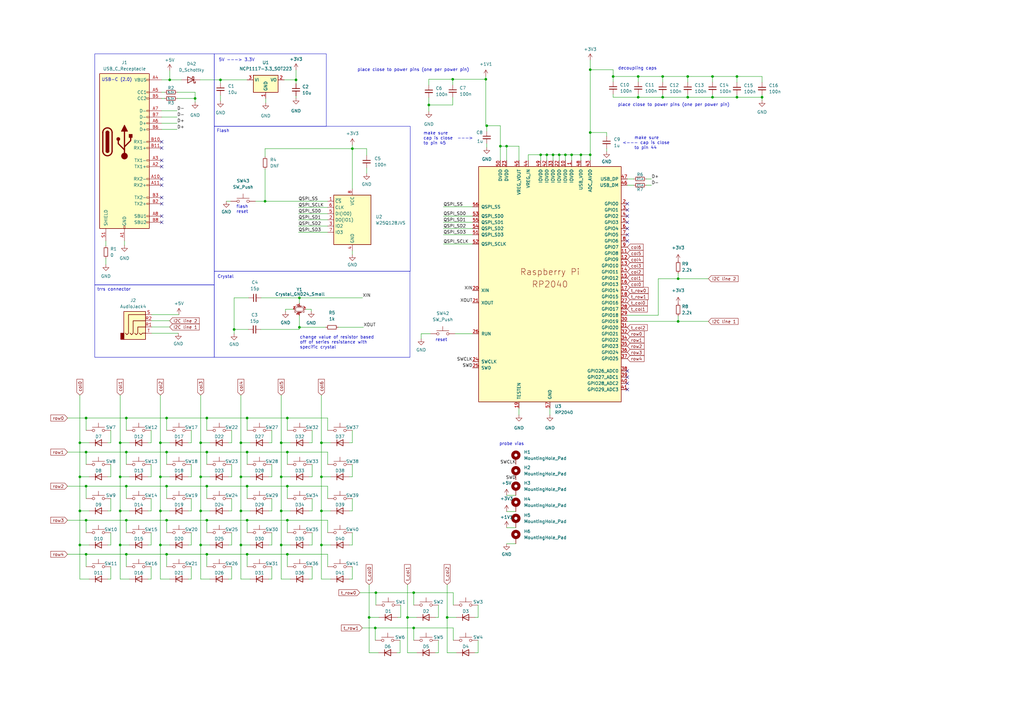
<source format=kicad_sch>
(kicad_sch (version 20230121) (generator eeschema)
  (paper "A3")
  (junction (at 84.836 199.39))
  (junction (at 226.822 63.5))
  (junction (at 68.326 171.45))
  (junction (at 292.227 31.369))
  (junction (at 154.178 243.078))
  (junction (at 49.276 209.55))
  (junction (at 199.644 51.562))
  (junction (at 35.306 213.36))
  (junction (at 261.747 39.878))
  (junction (at 49.276 181.61))
  (junction (at 117.856 227.33))
  (junction (at 68.326 199.39))
  (junction (at 122.809 134.239))
  (junction (at 271.78 39.878))
  (junction (at 205.232 59.944))
  (junction (at 238.252 63.5))
  (junction (at 84.836 213.36))
  (junction (at 82.296 181.61))
  (junction (at 51.816 185.42))
  (junction (at 84.836 185.42))
  (junction (at 51.816 213.36))
  (junction (at 153.924 257.556))
  (junction (at 98.806 223.52))
  (junction (at 199.263 32.512))
  (junction (at 221.742 63.5))
  (junction (at 175.895 43.053))
  (junction (at 115.316 181.61))
  (junction (at 167.132 253.238))
  (junction (at 82.296 223.52))
  (junction (at 96.012 135.128))
  (junction (at 242.062 54.356))
  (junction (at 84.836 227.33))
  (junction (at 49.276 195.58))
  (junction (at 115.316 223.52))
  (junction (at 98.806 209.55))
  (junction (at 131.826 195.58))
  (junction (at 207.772 59.944))
  (junction (at 51.816 227.33))
  (junction (at 229.362 63.5))
  (junction (at 35.306 199.39))
  (junction (at 261.747 31.369))
  (junction (at 115.316 209.55))
  (junction (at 292.227 39.878))
  (junction (at 271.78 31.369))
  (junction (at 122.809 122.174))
  (junction (at 302.26 31.369))
  (junction (at 68.326 227.33))
  (junction (at 131.826 181.61))
  (junction (at 121.412 32.766))
  (junction (at 68.326 185.42))
  (junction (at 65.786 209.55))
  (junction (at 282.067 39.878))
  (junction (at 131.826 223.52))
  (junction (at 82.296 195.58))
  (junction (at 84.836 171.45))
  (junction (at 282.067 31.369))
  (junction (at 35.306 185.42))
  (junction (at 51.816 199.39))
  (junction (at 101.346 171.45))
  (junction (at 302.26 39.878))
  (junction (at 224.282 63.5))
  (junction (at 251.46 31.369))
  (junction (at 115.316 195.58))
  (junction (at 131.826 209.55))
  (junction (at 90.424 32.766))
  (junction (at 117.856 185.42))
  (junction (at 183.388 253.238))
  (junction (at 32.766 195.58))
  (junction (at 32.766 223.52))
  (junction (at 101.346 213.36))
  (junction (at 108.712 82.55))
  (junction (at 65.786 223.52))
  (junction (at 51.816 171.45))
  (junction (at 32.766 209.55))
  (junction (at 312.547 39.878))
  (junction (at 68.326 213.36))
  (junction (at 185.674 32.512))
  (junction (at 101.346 227.33))
  (junction (at 80.01 40.386))
  (junction (at 98.806 181.61))
  (junction (at 144.526 60.96))
  (junction (at 98.806 195.58))
  (junction (at 117.856 213.36))
  (junction (at 101.346 199.39))
  (junction (at 151.384 253.238))
  (junction (at 278.13 114.3))
  (junction (at 35.306 171.45))
  (junction (at 242.062 63.5))
  (junction (at 49.276 223.52))
  (junction (at 278.13 131.826))
  (junction (at 69.596 32.766))
  (junction (at 35.306 227.33))
  (junction (at 117.856 199.39))
  (junction (at 32.766 181.61))
  (junction (at 65.786 195.58))
  (junction (at 234.442 63.5))
  (junction (at 231.902 63.5))
  (junction (at 169.672 243.078))
  (junction (at 117.856 171.45))
  (junction (at 65.786 181.61))
  (junction (at 242.062 28.575))
  (junction (at 169.672 257.556))
  (junction (at 101.346 185.42))
  (junction (at 82.296 209.55))
  (no_connect (at 257.302 93.726))
  (no_connect (at 66.294 65.786))
  (no_connect (at 66.294 73.406))
  (no_connect (at 257.302 91.186))
  (no_connect (at 257.302 96.266))
  (no_connect (at 257.302 98.806))
  (no_connect (at 257.302 157.226))
  (no_connect (at 66.294 58.166))
  (no_connect (at 66.294 83.566))
  (no_connect (at 257.302 152.146))
  (no_connect (at 257.302 88.646))
  (no_connect (at 66.294 60.706))
  (no_connect (at 66.294 88.646))
  (no_connect (at 66.294 81.026))
  (no_connect (at 257.302 83.566))
  (no_connect (at 66.294 68.326))
  (no_connect (at 257.302 86.106))
  (no_connect (at 66.294 91.186))
  (no_connect (at 257.302 154.686))
  (no_connect (at 257.302 159.766))
  (no_connect (at 66.294 75.946))
  (wire (pts (xy 290.576 114.3) (xy 278.13 114.3)))
  (wire (pts (xy 175.895 45.72) (xy 175.895 43.053)))
  (wire (pts (xy 82.296 223.52) (xy 82.296 237.49)))
  (wire (pts (xy 242.062 24.638) (xy 242.062 28.575)))
  (wire (pts (xy 282.067 31.369) (xy 282.067 33.655)))
  (wire (pts (xy 179.832 248.158) (xy 179.832 253.238)))
  (wire (pts (xy 51.054 98.806) (xy 51.054 100.584)))
  (wire (pts (xy 45.466 190.5) (xy 45.466 195.58)))
  (wire (pts (xy 84.836 213.36) (xy 84.836 218.44)))
  (wire (pts (xy 84.836 171.45) (xy 84.836 176.53)))
  (wire (pts (xy 82.296 181.61) (xy 82.296 195.58)))
  (wire (pts (xy 229.362 63.5) (xy 226.822 63.5)))
  (wire (pts (xy 27.686 213.36) (xy 35.306 213.36)))
  (wire (pts (xy 61.976 209.55) (xy 60.706 209.55)))
  (wire (pts (xy 84.836 213.36) (xy 101.346 213.36)))
  (wire (pts (xy 185.674 32.512) (xy 185.674 34.798)))
  (wire (pts (xy 122.809 122.174) (xy 148.717 122.174)))
  (wire (pts (xy 111.506 218.44) (xy 111.506 223.52)))
  (wire (pts (xy 98.806 209.55) (xy 98.806 223.52)))
  (wire (pts (xy 196.088 267.716) (xy 194.818 267.716)))
  (wire (pts (xy 86.106 223.52) (xy 82.296 223.52)))
  (wire (pts (xy 155.194 267.716) (xy 151.384 267.716)))
  (wire (pts (xy 78.486 209.55) (xy 77.216 209.55)))
  (wire (pts (xy 175.895 43.053) (xy 185.674 43.053)))
  (wire (pts (xy 181.864 88.646) (xy 193.802 88.646)))
  (wire (pts (xy 121.412 28.702) (xy 121.412 32.766)))
  (wire (pts (xy 122.682 135.128) (xy 122.682 134.239)))
  (wire (pts (xy 199.644 58.928) (xy 199.644 60.452)))
  (wire (pts (xy 150.368 60.96) (xy 150.368 63.754)))
  (wire (pts (xy 151.384 253.238) (xy 155.448 253.238)))
  (wire (pts (xy 181.864 91.186) (xy 193.802 91.186)))
  (wire (pts (xy 122.428 87.63) (xy 134.366 87.63)))
  (wire (pts (xy 207.772 209.804) (xy 211.582 209.804)))
  (wire (pts (xy 111.506 232.41) (xy 111.506 237.49)))
  (wire (pts (xy 144.526 209.55) (xy 143.256 209.55)))
  (wire (pts (xy 61.976 190.5) (xy 61.976 195.58)))
  (wire (pts (xy 231.902 63.5) (xy 229.362 63.5)))
  (wire (pts (xy 98.806 195.58) (xy 98.806 209.55)))
  (wire (pts (xy 82.296 195.58) (xy 82.296 209.55)))
  (wire (pts (xy 179.832 262.636) (xy 179.832 267.716)))
  (wire (pts (xy 51.816 227.33) (xy 51.816 232.41)))
  (wire (pts (xy 69.596 32.766) (xy 66.294 32.766)))
  (wire (pts (xy 150.368 68.834) (xy 150.368 71.12)))
  (wire (pts (xy 144.526 60.96) (xy 144.526 77.47)))
  (wire (pts (xy 144.526 176.53) (xy 144.526 181.61)))
  (wire (pts (xy 62.23 129.032) (xy 73.406 129.032)))
  (wire (pts (xy 94.996 181.61) (xy 93.726 181.61)))
  (wire (pts (xy 68.326 199.39) (xy 68.326 204.47)))
  (wire (pts (xy 65.786 181.61) (xy 65.786 162.052)))
  (wire (pts (xy 35.306 213.36) (xy 51.816 213.36)))
  (wire (pts (xy 207.772 203.2) (xy 211.582 203.2)))
  (wire (pts (xy 181.864 96.266) (xy 193.802 96.266)))
  (wire (pts (xy 35.306 213.36) (xy 35.306 218.44)))
  (wire (pts (xy 84.836 227.33) (xy 84.836 232.41)))
  (wire (pts (xy 78.486 176.53) (xy 78.486 181.61)))
  (wire (pts (xy 226.822 63.5) (xy 224.282 63.5)))
  (wire (pts (xy 242.062 65.786) (xy 242.062 63.5)))
  (wire (pts (xy 117.094 126.873) (xy 120.269 126.873)))
  (wire (pts (xy 175.895 40.005) (xy 175.895 43.053)))
  (wire (pts (xy 169.672 257.556) (xy 169.672 262.636)))
  (wire (pts (xy 101.346 199.39) (xy 101.346 204.47)))
  (wire (pts (xy 115.316 209.55) (xy 115.316 223.52)))
  (wire (pts (xy 111.506 195.58) (xy 110.236 195.58)))
  (wire (pts (xy 257.302 75.946) (xy 259.969 75.946)))
  (wire (pts (xy 101.981 122.174) (xy 96.012 122.174)))
  (wire (pts (xy 61.976 181.61) (xy 60.706 181.61)))
  (wire (pts (xy 51.816 227.33) (xy 68.326 227.33)))
  (wire (pts (xy 135.636 181.61) (xy 131.826 181.61)))
  (wire (pts (xy 229.362 63.5) (xy 229.362 65.786)))
  (wire (pts (xy 257.302 73.406) (xy 259.969 73.406)))
  (wire (pts (xy 131.826 209.55) (xy 135.636 209.55)))
  (wire (pts (xy 117.856 213.36) (xy 117.856 218.44)))
  (wire (pts (xy 122.428 85.09) (xy 134.366 85.09)))
  (wire (pts (xy 128.016 209.55) (xy 126.746 209.55)))
  (wire (pts (xy 302.26 39.878) (xy 292.227 39.878)))
  (wire (pts (xy 96.012 122.174) (xy 96.012 135.128)))
  (wire (pts (xy 117.856 171.45) (xy 134.366 171.45)))
  (wire (pts (xy 292.227 31.369) (xy 282.067 31.369)))
  (wire (pts (xy 111.506 190.5) (xy 111.506 195.58)))
  (wire (pts (xy 144.526 60.96) (xy 150.368 60.96)))
  (wire (pts (xy 302.26 31.369) (xy 302.26 33.782)))
  (wire (pts (xy 164.084 267.716) (xy 162.814 267.716)))
  (wire (pts (xy 94.996 237.49) (xy 93.726 237.49)))
  (wire (pts (xy 65.786 209.55) (xy 65.786 223.52)))
  (wire (pts (xy 251.46 28.575) (xy 242.062 28.575)))
  (wire (pts (xy 169.672 243.078) (xy 169.672 248.158)))
  (wire (pts (xy 117.856 199.39) (xy 134.366 199.39)))
  (wire (pts (xy 27.686 199.39) (xy 35.306 199.39)))
  (wire (pts (xy 117.856 199.39) (xy 117.856 204.47)))
  (wire (pts (xy 167.132 239.776) (xy 167.132 253.238)))
  (wire (pts (xy 207.772 216.408) (xy 211.582 216.408)))
  (wire (pts (xy 131.826 237.49) (xy 135.636 237.49)))
  (wire (pts (xy 111.506 223.52) (xy 110.236 223.52)))
  (wire (pts (xy 127.635 126.873) (xy 127.635 127.635)))
  (wire (pts (xy 261.747 38.608) (xy 261.747 39.878)))
  (wire (pts (xy 144.526 218.44) (xy 144.526 223.52)))
  (wire (pts (xy 94.996 218.44) (xy 94.996 223.52)))
  (wire (pts (xy 131.826 195.58) (xy 131.826 209.55)))
  (wire (pts (xy 231.902 63.5) (xy 231.902 65.786)))
  (wire (pts (xy 185.674 43.053) (xy 185.674 39.878)))
  (wire (pts (xy 35.306 171.45) (xy 35.306 176.53)))
  (wire (pts (xy 45.466 237.49) (xy 44.196 237.49)))
  (wire (pts (xy 282.067 38.735) (xy 282.067 39.878)))
  (wire (pts (xy 153.924 257.556) (xy 169.672 257.556)))
  (wire (pts (xy 169.672 243.078) (xy 185.928 243.078)))
  (wire (pts (xy 66.294 40.386) (xy 67.564 40.386)))
  (wire (pts (xy 134.366 171.45) (xy 134.366 176.53)))
  (wire (pts (xy 45.466 176.53) (xy 45.466 181.61)))
  (wire (pts (xy 248.793 60.96) (xy 248.793 62.103)))
  (wire (pts (xy 45.466 204.47) (xy 45.466 209.55)))
  (wire (pts (xy 78.486 190.5) (xy 78.486 195.58)))
  (wire (pts (xy 65.786 223.52) (xy 65.786 237.49)))
  (wire (pts (xy 117.856 185.42) (xy 117.856 190.5)))
  (wire (pts (xy 265.049 73.406) (xy 267.208 73.406)))
  (wire (pts (xy 185.928 243.078) (xy 185.928 248.158)))
  (wire (pts (xy 207.772 59.944) (xy 207.772 65.786)))
  (wire (pts (xy 167.132 253.238) (xy 167.132 267.716)))
  (wire (pts (xy 238.252 63.5) (xy 234.442 63.5)))
  (wire (pts (xy 170.942 253.238) (xy 167.132 253.238)))
  (wire (pts (xy 127.635 126.873) (xy 125.349 126.873)))
  (wire (pts (xy 35.306 199.39) (xy 35.306 204.47)))
  (wire (pts (xy 53.086 181.61) (xy 49.276 181.61)))
  (wire (pts (xy 98.806 181.61) (xy 98.806 195.58)))
  (wire (pts (xy 225.552 167.386) (xy 225.552 170.18)))
  (wire (pts (xy 135.636 195.58) (xy 131.826 195.58)))
  (wire (pts (xy 292.227 38.735) (xy 292.227 39.878)))
  (wire (pts (xy 154.178 243.078) (xy 154.178 248.158)))
  (wire (pts (xy 270.002 114.3) (xy 278.13 114.3)))
  (wire (pts (xy 96.012 135.128) (xy 101.854 135.128)))
  (wire (pts (xy 119.126 223.52) (xy 115.316 223.52)))
  (wire (pts (xy 115.316 195.58) (xy 115.316 209.55)))
  (wire (pts (xy 119.126 237.49) (xy 115.316 237.49)))
  (wire (pts (xy 151.384 239.776) (xy 151.384 253.238)))
  (wire (pts (xy 117.856 185.42) (xy 134.366 185.42)))
  (wire (pts (xy 35.306 199.39) (xy 51.816 199.39)))
  (wire (pts (xy 270.002 129.286) (xy 257.302 129.286)))
  (wire (pts (xy 164.338 253.238) (xy 163.068 253.238)))
  (wire (pts (xy 82.042 32.766) (xy 90.424 32.766)))
  (wire (pts (xy 84.836 171.45) (xy 101.346 171.45)))
  (wire (pts (xy 86.106 181.61) (xy 82.296 181.61)))
  (wire (pts (xy 69.596 195.58) (xy 65.786 195.58)))
  (wire (pts (xy 35.306 185.42) (xy 51.816 185.42)))
  (wire (pts (xy 128.016 237.49) (xy 126.746 237.49)))
  (wire (pts (xy 302.26 31.369) (xy 292.227 31.369)))
  (wire (pts (xy 111.506 237.49) (xy 110.236 237.49)))
  (wire (pts (xy 251.46 31.369) (xy 251.46 28.575)))
  (wire (pts (xy 51.816 213.36) (xy 68.326 213.36)))
  (wire (pts (xy 68.326 185.42) (xy 84.836 185.42)))
  (wire (pts (xy 144.526 232.41) (xy 144.526 237.49)))
  (wire (pts (xy 69.596 237.49) (xy 65.786 237.49)))
  (wire (pts (xy 98.806 223.52) (xy 98.806 237.49)))
  (wire (pts (xy 80.01 37.846) (xy 80.01 40.386)))
  (wire (pts (xy 128.016 190.5) (xy 128.016 195.58)))
  (wire (pts (xy 134.366 199.39) (xy 134.366 204.47)))
  (wire (pts (xy 69.596 223.52) (xy 65.786 223.52)))
  (wire (pts (xy 138.684 134.239) (xy 149.098 134.239)))
  (wire (pts (xy 128.016 176.53) (xy 128.016 181.61)))
  (wire (pts (xy 68.326 213.36) (xy 84.836 213.36)))
  (wire (pts (xy 61.976 176.53) (xy 61.976 181.61)))
  (wire (pts (xy 78.486 232.41) (xy 78.486 237.49)))
  (wire (pts (xy 199.644 53.848) (xy 199.644 51.562)))
  (wire (pts (xy 187.198 267.716) (xy 183.388 267.716)))
  (wire (pts (xy 36.576 181.61) (xy 32.766 181.61)))
  (wire (pts (xy 115.316 181.61) (xy 115.316 162.052)))
  (wire (pts (xy 101.346 185.42) (xy 117.856 185.42)))
  (wire (pts (xy 45.466 223.52) (xy 44.196 223.52)))
  (wire (pts (xy 45.466 181.61) (xy 44.196 181.61)))
  (wire (pts (xy 94.996 195.58) (xy 93.726 195.58)))
  (wire (pts (xy 80.01 40.386) (xy 80.01 41.91)))
  (wire (pts (xy 117.856 171.45) (xy 117.856 176.53)))
  (wire (pts (xy 49.276 181.61) (xy 49.276 195.58)))
  (wire (pts (xy 234.442 63.5) (xy 231.902 63.5)))
  (wire (pts (xy 72.644 37.846) (xy 80.01 37.846)))
  (wire (pts (xy 207.772 223.012) (xy 211.582 223.012)))
  (wire (pts (xy 84.836 185.42) (xy 84.836 190.5)))
  (wire (pts (xy 61.976 195.58) (xy 60.706 195.58)))
  (wire (pts (xy 128.016 232.41) (xy 128.016 237.49)))
  (wire (pts (xy 261.747 31.369) (xy 261.747 33.528)))
  (wire (pts (xy 185.674 32.512) (xy 199.263 32.512)))
  (wire (pts (xy 66.294 53.086) (xy 72.644 53.086)))
  (wire (pts (xy 144.526 204.47) (xy 144.526 209.55)))
  (wire (pts (xy 175.895 32.512) (xy 185.674 32.512)))
  (wire (pts (xy 151.384 253.238) (xy 151.384 267.716)))
  (wire (pts (xy 108.966 40.386) (xy 108.966 42.164)))
  (wire (pts (xy 199.263 51.562) (xy 199.644 51.562)))
  (wire (pts (xy 111.506 181.61) (xy 110.236 181.61)))
  (wire (pts (xy 271.78 38.735) (xy 271.78 39.878)))
  (wire (pts (xy 86.106 209.55) (xy 82.296 209.55)))
  (wire (pts (xy 207.772 59.944) (xy 205.232 59.944)))
  (wire (pts (xy 32.766 223.52) (xy 32.766 209.55)))
  (wire (pts (xy 128.016 204.47) (xy 128.016 209.55)))
  (wire (pts (xy 128.016 218.44) (xy 128.016 223.52)))
  (wire (pts (xy 68.326 213.36) (xy 68.326 218.44)))
  (wire (pts (xy 122.809 122.174) (xy 122.809 124.333)))
  (wire (pts (xy 196.088 262.636) (xy 196.088 267.716)))
  (wire (pts (xy 122.809 134.239) (xy 133.604 134.239)))
  (wire (pts (xy 144.526 60.96) (xy 108.712 60.96)))
  (wire (pts (xy 271.78 31.369) (xy 271.78 33.655)))
  (wire (pts (xy 94.996 209.55) (xy 93.726 209.55)))
  (wire (pts (xy 261.747 39.878) (xy 251.46 39.878)))
  (wire (pts (xy 94.996 204.47) (xy 94.996 209.55)))
  (wire (pts (xy 96.012 136.906) (xy 96.012 135.128)))
  (wire (pts (xy 69.596 181.61) (xy 65.786 181.61)))
  (wire (pts (xy 116.586 32.766) (xy 121.412 32.766)))
  (wire (pts (xy 154.178 243.078) (xy 169.672 243.078)))
  (wire (pts (xy 242.062 63.5) (xy 238.252 63.5)))
  (wire (pts (xy 36.576 209.55) (xy 32.766 209.55)))
  (wire (pts (xy 68.326 227.33) (xy 68.326 232.41)))
  (wire (pts (xy 51.816 213.36) (xy 51.816 218.44)))
  (wire (pts (xy 53.086 223.52) (xy 49.276 223.52)))
  (wire (pts (xy 144.526 59.436) (xy 144.526 60.96)))
  (wire (pts (xy 242.062 28.575) (xy 242.062 54.356)))
  (wire (pts (xy 102.616 181.61) (xy 98.806 181.61)))
  (wire (pts (xy 196.088 253.238) (xy 194.818 253.238)))
  (wire (pts (xy 32.766 181.61) (xy 32.766 195.58)))
  (wire (pts (xy 90.424 39.116) (xy 90.424 41.402)))
  (wire (pts (xy 186.69 136.906) (xy 193.802 136.906)))
  (wire (pts (xy 312.547 33.782) (xy 312.547 31.369)))
  (wire (pts (xy 292.227 31.369) (xy 292.227 33.655)))
  (wire (pts (xy 111.506 176.53) (xy 111.506 181.61)))
  (wire (pts (xy 119.126 181.61) (xy 115.316 181.61)))
  (wire (pts (xy 68.326 199.39) (xy 84.836 199.39)))
  (wire (pts (xy 212.852 167.386) (xy 212.852 170.18)))
  (wire (pts (xy 144.526 181.61) (xy 143.256 181.61)))
  (wire (pts (xy 131.826 209.55) (xy 131.826 223.52)))
  (wire (pts (xy 101.346 227.33) (xy 117.856 227.33)))
  (wire (pts (xy 98.806 181.61) (xy 98.806 162.052)))
  (wire (pts (xy 53.086 209.55) (xy 49.276 209.55)))
  (wire (pts (xy 78.486 181.61) (xy 77.216 181.61)))
  (wire (pts (xy 248.793 55.88) (xy 248.793 54.356)))
  (wire (pts (xy 242.062 54.356) (xy 242.062 63.5)))
  (wire (pts (xy 27.686 171.45) (xy 35.306 171.45)))
  (wire (pts (xy 292.227 39.878) (xy 282.067 39.878)))
  (wire (pts (xy 221.742 63.5) (xy 221.742 65.786)))
  (wire (pts (xy 144.526 195.58) (xy 143.256 195.58)))
  (wire (pts (xy 312.547 38.862) (xy 312.547 39.878)))
  (wire (pts (xy 131.826 223.52) (xy 135.636 223.52)))
  (wire (pts (xy 94.996 176.53) (xy 94.996 181.61)))
  (wire (pts (xy 134.366 185.42) (xy 134.366 190.5)))
  (wire (pts (xy 90.424 32.766) (xy 90.424 34.036)))
  (wire (pts (xy 172.72 136.906) (xy 176.53 136.906)))
  (wire (pts (xy 32.766 181.61) (xy 32.766 162.052)))
  (wire (pts (xy 234.442 63.5) (xy 234.442 65.786)))
  (wire (pts (xy 84.836 199.39) (xy 84.836 204.47)))
  (wire (pts (xy 224.282 63.5) (xy 224.282 65.786)))
  (wire (pts (xy 27.686 227.33) (xy 35.306 227.33)))
  (wire (pts (xy 61.976 232.41) (xy 61.976 237.49)))
  (wire (pts (xy 122.428 90.17) (xy 134.366 90.17)))
  (wire (pts (xy 101.346 227.33) (xy 101.346 232.41)))
  (wire (pts (xy 122.428 95.25) (xy 134.366 95.25)))
  (wire (pts (xy 117.856 213.36) (xy 134.366 213.36)))
  (wire (pts (xy 199.644 51.562) (xy 205.232 51.562)))
  (wire (pts (xy 131.826 181.61) (xy 131.826 162.052)))
  (wire (pts (xy 94.996 223.52) (xy 93.726 223.52)))
  (wire (pts (xy 82.296 209.55) (xy 82.296 223.52)))
  (wire (pts (xy 62.23 136.652) (xy 73.152 136.652)))
  (wire (pts (xy 261.747 31.369) (xy 251.46 31.369)))
  (wire (pts (xy 134.366 213.36) (xy 134.366 218.44)))
  (wire (pts (xy 179.832 253.238) (xy 178.562 253.238)))
  (wire (pts (xy 302.26 38.862) (xy 302.26 39.878)))
  (wire (pts (xy 144.526 237.49) (xy 143.256 237.49)))
  (wire (pts (xy 187.198 253.238) (xy 183.388 253.238)))
  (wire (pts (xy 65.786 181.61) (xy 65.786 195.58)))
  (wire (pts (xy 278.13 131.826) (xy 290.576 131.826)))
  (wire (pts (xy 205.232 59.944) (xy 205.232 65.786)))
  (wire (pts (xy 248.793 54.356) (xy 242.062 54.356)))
  (wire (pts (xy 36.576 237.49) (xy 32.766 237.49)))
  (wire (pts (xy 49.276 181.61) (xy 49.276 162.052)))
  (wire (pts (xy 69.596 28.956) (xy 69.596 32.766)))
  (wire (pts (xy 265.049 75.946) (xy 267.208 75.946)))
  (wire (pts (xy 108.712 82.55) (xy 134.366 82.55)))
  (wire (pts (xy 78.486 195.58) (xy 77.216 195.58)))
  (wire (pts (xy 51.816 185.42) (xy 51.816 190.5)))
  (wire (pts (xy 117.094 127.762) (xy 117.094 126.873)))
  (wire (pts (xy 175.895 32.512) (xy 175.895 34.925)))
  (wire (pts (xy 181.864 84.836) (xy 193.802 84.836)))
  (wire (pts (xy 65.786 195.58) (xy 65.786 209.55)))
  (wire (pts (xy 101.346 171.45) (xy 117.856 171.45)))
  (wire (pts (xy 36.576 195.58) (xy 32.766 195.58)))
  (wire (pts (xy 66.294 50.546) (xy 72.644 50.546)))
  (wire (pts (xy 101.346 171.45) (xy 101.346 176.53)))
  (wire (pts (xy 270.002 114.3) (xy 270.002 129.286)))
  (wire (pts (xy 35.306 171.45) (xy 51.816 171.45)))
  (wire (pts (xy 121.412 39.37) (xy 121.412 40.132)))
  (wire (pts (xy 78.486 223.52) (xy 77.216 223.52)))
  (wire (pts (xy 119.126 209.55) (xy 115.316 209.55)))
  (wire (pts (xy 108.712 69.342) (xy 108.712 82.55)))
  (wire (pts (xy 212.852 65.786) (xy 212.852 59.944)))
  (wire (pts (xy 45.466 195.58) (xy 44.196 195.58)))
  (wire (pts (xy 90.424 32.766) (xy 101.346 32.766)))
  (wire (pts (xy 94.996 190.5) (xy 94.996 195.58)))
  (wire (pts (xy 32.766 237.49) (xy 32.766 223.52)))
  (wire (pts (xy 134.366 227.33) (xy 134.366 232.41)))
  (wire (pts (xy 181.864 100.076) (xy 193.802 100.076)))
  (wire (pts (xy 104.775 82.55) (xy 108.712 82.55)))
  (wire (pts (xy 53.086 195.58) (xy 49.276 195.58)))
  (wire (pts (xy 107.061 122.174) (xy 122.809 122.174)))
  (wire (pts (xy 282.067 31.369) (xy 271.78 31.369)))
  (wire (pts (xy 82.296 181.61) (xy 82.296 162.052)))
  (wire (pts (xy 68.326 227.33) (xy 84.836 227.33)))
  (wire (pts (xy 199.263 31.242) (xy 199.263 32.512)))
  (wire (pts (xy 144.526 223.52) (xy 143.256 223.52)))
  (wire (pts (xy 172.72 138.938) (xy 172.72 136.906)))
  (wire (pts (xy 144.526 102.87) (xy 144.526 104.394)))
  (wire (pts (xy 45.466 232.41) (xy 45.466 237.49)))
  (wire (pts (xy 271.78 39.878) (xy 261.747 39.878)))
  (wire (pts (xy 183.388 239.776) (xy 183.388 253.238)))
  (wire (pts (xy 128.016 181.61) (xy 126.746 181.61)))
  (wire (pts (xy 49.276 209.55) (xy 49.276 223.52)))
  (wire (pts (xy 45.466 218.44) (xy 45.466 223.52)))
  (wire (pts (xy 205.232 51.562) (xy 205.232 59.944)))
  (wire (pts (xy 224.282 63.5) (xy 221.742 63.5)))
  (wire (pts (xy 102.616 223.52) (xy 98.806 223.52)))
  (wire (pts (xy 312.547 39.878) (xy 312.547 41.148)))
  (wire (pts (xy 131.826 181.61) (xy 131.826 195.58)))
  (wire (pts (xy 101.346 199.39) (xy 117.856 199.39)))
  (wire (pts (xy 94.615 82.55) (xy 92.837 82.55)))
  (wire (pts (xy 257.302 131.826) (xy 278.13 131.826)))
  (wire (pts (xy 251.46 39.878) (xy 251.46 38.608)))
  (wire (pts (xy 43.434 105.918) (xy 43.434 108.458)))
  (wire (pts (xy 148.59 257.556) (xy 153.924 257.556)))
  (wire (pts (xy 78.486 204.47) (xy 78.486 209.55)))
  (wire (pts (xy 72.644 40.386) (xy 80.01 40.386)))
  (wire (pts (xy 312.547 39.878) (xy 302.26 39.878)))
  (wire (pts (xy 164.338 248.158) (xy 164.338 253.238)))
  (wire (pts (xy 62.23 131.572) (xy 69.596 131.572)))
  (wire (pts (xy 78.486 218.44) (xy 78.486 223.52)))
  (wire (pts (xy 32.766 195.58) (xy 32.766 209.55)))
  (wire (pts (xy 43.434 98.806) (xy 43.434 100.838)))
  (wire (pts (xy 53.086 237.49) (xy 49.276 237.49)))
  (wire (pts (xy 119.126 195.58) (xy 115.316 195.58)))
  (wire (pts (xy 185.928 257.556) (xy 185.928 262.636)))
  (wire (pts (xy 68.326 171.45) (xy 84.836 171.45)))
  (wire (pts (xy 49.276 223.52) (xy 49.276 237.49)))
  (wire (pts (xy 170.942 267.716) (xy 167.132 267.716)))
  (wire (pts (xy 86.106 237.49) (xy 82.296 237.49)))
  (wire (pts (xy 312.547 31.369) (xy 302.26 31.369)))
  (wire (pts (xy 179.832 267.716) (xy 178.562 267.716)))
  (wire (pts (xy 51.816 199.39) (xy 68.326 199.39)))
  (wire (pts (xy 108.712 60.96) (xy 108.712 64.262)))
  (wire (pts (xy 282.067 39.878) (xy 271.78 39.878)))
  (wire (pts (xy 181.864 93.726) (xy 193.802 93.726)))
  (wire (pts (xy 45.466 209.55) (xy 44.196 209.55)))
  (wire (pts (xy 69.596 32.766) (xy 74.422 32.766)))
  (wire (pts (xy 271.78 31.369) (xy 261.747 31.369)))
  (wire (pts (xy 102.616 237.49) (xy 98.806 237.49)))
  (wire (pts (xy 36.576 223.52) (xy 32.766 223.52)))
  (wire (pts (xy 84.836 185.42) (xy 101.346 185.42)))
  (wire (pts (xy 196.088 248.158) (xy 196.088 253.238)))
  (wire (pts (xy 128.016 223.52) (xy 126.746 223.52)))
  (wire (pts (xy 86.106 195.58) (xy 82.296 195.58)))
  (wire (pts (xy 61.976 237.49) (xy 60.706 237.49)))
  (wire (pts (xy 128.016 195.58) (xy 126.746 195.58)))
  (wire (pts (xy 144.526 190.5) (xy 144.526 195.58)))
  (wire (pts (xy 221.742 63.5) (xy 216.662 63.5)))
  (wire (pts (xy 61.976 218.44) (xy 61.976 223.52)))
  (wire (pts (xy 35.306 227.33) (xy 35.306 232.41)))
  (wire (pts (xy 106.934 135.128) (xy 122.682 135.128)))
  (wire (pts (xy 122.809 134.239) (xy 122.809 129.413)))
  (wire (pts (xy 51.816 199.39) (xy 51.816 204.47)))
  (wire (pts (xy 122.682 134.239) (xy 122.809 134.239)))
  (wire (pts (xy 69.596 209.55) (xy 65.786 209.55)))
  (wire (pts (xy 121.412 32.766) (xy 121.412 34.29)))
  (wire (pts (xy 212.852 59.944) (xy 207.772 59.944)))
  (wire (pts (xy 35.306 185.42) (xy 35.306 190.5)))
  (wire (pts (xy 102.616 209.55) (xy 98.806 209.55)))
  (wire (pts (xy 61.976 223.52) (xy 60.706 223.52)))
  (wire (pts (xy 102.616 195.58) (xy 98.806 195.58)))
  (wire (pts (xy 51.816 171.45) (xy 51.816 176.53)))
  (wire (pts (xy 66.294 48.006) (xy 72.644 48.006)))
  (wire (pts (xy 94.996 232.41) (xy 94.996 237.49)))
  (wire (pts (xy 68.326 171.45) (xy 68.326 176.53)))
  (wire (pts (xy 238.252 63.5) (xy 238.252 65.786)))
  (wire (pts (xy 66.294 45.466) (xy 72.644 45.466)))
  (wire (pts (xy 49.276 195.58) (xy 49.276 209.55)))
  (wire (pts (xy 35.306 227.33) (xy 51.816 227.33)))
  (wire (pts (xy 115.316 223.52) (xy 115.316 237.49)))
  (wire (pts (xy 84.836 227.33) (xy 101.346 227.33)))
  (wire (pts (xy 61.976 204.47) (xy 61.976 209.55)))
  (wire (pts (xy 51.816 171.45) (xy 68.326 171.45)))
  (wire (pts (xy 164.084 262.636) (xy 164.084 267.716)))
  (wire (pts (xy 153.924 257.556) (xy 153.924 262.636)))
  (wire (pts (xy 226.822 63.5) (xy 226.822 65.786)))
  (wire (pts (xy 111.506 204.47) (xy 111.506 209.55)))
  (wire (pts (xy 62.23 134.112) (xy 69.596 134.112)))
  (wire (pts (xy 115.316 181.61) (xy 115.316 195.58)))
  (wire (pts (xy 101.346 213.36) (xy 117.856 213.36)))
  (wire (pts (xy 278.13 112.014) (xy 278.13 114.3)))
  (wire (pts (xy 278.13 129.54) (xy 278.13 131.826)))
  (wire (pts (xy 66.294 37.846) (xy 67.564 37.846)))
  (wire (pts (xy 169.672 257.556) (xy 185.928 257.556)))
  (wire (pts (xy 68.326 185.42) (xy 68.326 190.5)))
  (wire (pts (xy 216.662 63.5) (xy 216.662 65.786)))
  (wire (pts (xy 183.388 267.716) (xy 183.388 253.238)))
  (wire (pts (xy 199.263 32.512) (xy 199.263 51.562)))
  (wire (pts (xy 111.506 209.55) (xy 110.236 209.55)))
  (wire (pts (xy 101.346 213.36) (xy 101.346 218.44)))
  (wire (pts (xy 251.46 31.369) (xy 251.46 33.528)))
  (wire (pts (xy 117.856 227.33) (xy 117.856 232.41)))
  (wire (pts (xy 131.826 223.52) (xy 131.826 237.49)))
  (wire (pts (xy 122.428 92.71) (xy 134.366 92.71)))
  (wire (pts (xy 27.686 185.42) (xy 35.306 185.42)))
  (wire (pts (xy 78.486 237.49) (xy 77.216 237.49)))
  (wire (pts (xy 84.836 199.39) (xy 101.346 199.39)))
  (wire (pts (xy 117.856 227.33) (xy 134.366 227.33)))
  (wire (pts (xy 147.574 243.078) (xy 154.178 243.078)))
  (wire (pts (xy 51.816 185.42) (xy 68.326 185.42)))
  (wire (pts (xy 101.346 185.42) (xy 101.346 190.5)))
  (rectangle (start 87.884 22.098) (end 133.858 51.816))
  (rectangle (start 38.862 22.098) (end 87.884 116.84))
  (rectangle (start 87.884 111.252) (end 168.148 146.558))
  (text_box "trrs connector" (at 38.862 116.84 0) (size 49.022 29.718) (effects (font (size 1.27 1.27)) (justify left top)))
  (text_box "Flash" (at 87.884 51.816 0) (size 80.391 59.436) (effects (font (size 1.27 1.27)) (justify left top)))
  (text "reset" (at 178.562 140.208 0) (effects (font (size 1.27 1.27)) (justify left bottom)))
  (text "     make sure \n<--- cap is close\n     to pin 44 " (at 255.27 61.468 0) (effects (font (size 1.27 1.27)) (justify left bottom)))
  (text "flash\nreset" (at 96.901 87.63 0) (effects (font (size 1.27 1.27)) (justify left bottom)))
  (text "probe vias\n" (at 204.724 182.88 0) (effects (font (size 1.27 1.27)) (justify left bottom)))
  (text "place close to power pins (one per power pin)" (at 253.365 43.815 0) (effects (font (size 1.27 1.27)) (justify left bottom)))
  (text "5V ---> 3.3V\n" (at 89.662 25.4 0) (effects (font (size 1.27 1.27)) (justify left bottom)))
  (text "place close to power pins (one per power pin)" (at 146.558 29.464 0) (effects (font (size 1.27 1.27)) (justify left bottom)))
  (text "change value of resistor based \noff of series resistance with \nspecific crystal" (at 122.936 143.256 0) (effects (font (size 1.27 1.27)) (justify left bottom)))
  (text "make sure \ncap is close  --->\nto pin 45 " (at 173.609 59.563 0) (effects (font (size 1.27 1.27)) (justify left bottom)))
  (text "Crystal" (at 89.154 114.3 0) (effects (font (size 1.27 1.27)) (justify left bottom)))
  (text "decoupling caps\n" (at 253.492 28.829 0) (effects (font (size 1.27 1.27)) (justify left bottom)))
  (text "USB-C (2.0)" (at 41.656 33.528 0) (effects (font (size 1.27 1.27)) (justify left bottom)))
  (label "QSPI_SD1" (at 122.428 90.17 0))
  (label "XOUT" (at 149.098 134.239 0))
  (label "QSPI_SD0" (at 122.428 87.63 0))
  (label "QSPI_SD2" (at 181.864 93.726 0))
  (label "XOUT" (at 193.802 124.206 180))
  (label "QSPI_SD3" (at 122.428 95.25 0))
  (label "QSPI_SD3" (at 181.864 96.266 0))
  (label "D+" (at 267.208 73.406 0))
  (label "QSPI_SS" (at 122.428 82.55 0))
  (label "D-" (at 72.644 45.466 0))
  (label "SWCLK" (at 211.582 190.5 180))
  (label "SWD" (at 211.582 196.85 180))
  (label "QSPI_SCLK" (at 181.864 100.076 0))
  (label "XIN" (at 148.717 122.174 0))
  (label "SWD" (at 193.802 150.876 180))
  (label "QSPI_SS" (at 181.864 84.836 0))
  (label "QSPI_SD0" (at 181.864 88.646 0))
  (label "SWCLK" (at 193.802 148.336 180))
  (label "D+" (at 72.644 50.546 0))
  (label "XIN" (at 193.802 119.126 180))
  (label "QSPI_SD2" (at 122.428 92.71 0))
  (label "QSPI_SD1" (at 181.864 91.186 0))
  (label "QSPI_SCLK" (at 122.428 85.09 0))
  (label "D-" (at 267.208 75.946 0))
  (label "D+" (at 72.644 53.086 0))
  (label "D-" (at 72.644 48.006 0))
  (global_label "row3" (shape input) (at 27.686 213.36 180) (property "Intersheetrefs" "${INTERSHEET_REFS}" (effects hide)))
  (global_label "row3" (shape input) (at 257.302 144.526 0) (property "Intersheetrefs" "${INTERSHEET_REFS}" (effects hide)))
  (global_label "I2C line 2" (shape input) (at 69.596 131.572 0) (property "Intersheetrefs" "${INTERSHEET_REFS}" (effects hide)))
  (global_label "row4" (shape input) (at 257.302 147.066 0) (property "Intersheetrefs" "${INTERSHEET_REFS}" (effects hide)))
  (global_label "col5" (shape input) (at 257.302 103.886 0) (property "Intersheetrefs" "${INTERSHEET_REFS}" (effects hide)))
  (global_label "row2" (shape input) (at 27.686 199.39 180) (property "Intersheetrefs" "${INTERSHEET_REFS}" (effects hide)))
  (global_label "I2C line 2" (shape input) (at 290.576 114.3 0) (property "Intersheetrefs" "${INTERSHEET_REFS}" (effects hide)))
  (global_label "col0" (shape input) (at 257.302 116.586 0) (property "Intersheetrefs" "${INTERSHEET_REFS}" (effects hide)))
  (global_label "t_row1" (shape input) (at 257.302 121.666 0) (property "Intersheetrefs" "${INTERSHEET_REFS}" (effects hide)))
  (global_label "t_col0" (shape input) (at 257.302 124.206 0) (property "Intersheetrefs" "${INTERSHEET_REFS}" (effects hide)))
  (global_label "col6" (shape input) (at 131.826 162.052 90) (property "Intersheetrefs" "${INTERSHEET_REFS}" (effects hide)))
  (global_label "t_row1" (shape input) (at 148.59 257.556 180) (property "Intersheetrefs" "${INTERSHEET_REFS}" (effects hide)))
  (global_label "row2" (shape input) (at 257.302 141.986 0) (property "Intersheetrefs" "${INTERSHEET_REFS}" (effects hide)))
  (global_label "col1" (shape input) (at 49.276 162.052 90) (property "Intersheetrefs" "${INTERSHEET_REFS}" (effects hide)))
  (global_label "t_col2" (shape input) (at 183.388 239.776 90) (property "Intersheetrefs" "${INTERSHEET_REFS}" (effects hide)))
  (global_label "row0" (shape input) (at 27.686 171.45 180) (property "Intersheetrefs" "${INTERSHEET_REFS}" (effects hide)))
  (global_label "col0" (shape input) (at 32.766 162.052 90) (property "Intersheetrefs" "${INTERSHEET_REFS}" (effects hide)))
  (global_label "col3" (shape input) (at 257.302 108.966 0) (property "Intersheetrefs" "${INTERSHEET_REFS}" (effects hide)))
  (global_label "I2C line 1" (shape input) (at 290.576 131.826 0) (property "Intersheetrefs" "${INTERSHEET_REFS}" (effects hide)))
  (global_label "row0" (shape input) (at 257.302 136.906 0) (property "Intersheetrefs" "${INTERSHEET_REFS}" (effects hide)))
  (global_label "row1" (shape input) (at 257.302 139.446 0) (property "Intersheetrefs" "${INTERSHEET_REFS}" (effects hide)))
  (global_label "col2" (shape input) (at 257.302 111.506 0) (property "Intersheetrefs" "${INTERSHEET_REFS}" (effects hide)))
  (global_label "row4" (shape input) (at 27.686 227.33 180) (property "Intersheetrefs" "${INTERSHEET_REFS}" (effects hide)))
  (global_label "col4" (shape input) (at 98.806 162.052 90) (property "Intersheetrefs" "${INTERSHEET_REFS}" (effects hide)))
  (global_label "col6" (shape input) (at 257.302 101.346 0) (property "Intersheetrefs" "${INTERSHEET_REFS}" (effects hide)))
  (global_label "row1" (shape input) (at 27.686 185.42 180) (property "Intersheetrefs" "${INTERSHEET_REFS}" (effects hide)))
  (global_label "col5" (shape input) (at 115.316 162.052 90) (property "Intersheetrefs" "${INTERSHEET_REFS}" (effects hide)))
  (global_label "I2C line 1" (shape input) (at 69.596 134.112 0) (property "Intersheetrefs" "${INTERSHEET_REFS}" (effects hide)))
  (global_label "col3" (shape input) (at 82.296 162.052 90) (property "Intersheetrefs" "${INTERSHEET_REFS}" (effects hide)))
  (global_label "t_row0" (shape input) (at 257.302 119.126 0) (property "Intersheetrefs" "${INTERSHEET_REFS}" (effects hide)))
  (global_label "t_row0" (shape input) (at 147.574 243.078 180) (property "Intersheetrefs" "${INTERSHEET_REFS}" (effects hide)))
  (global_label "col2" (shape input) (at 65.786 162.052 90) (property "Intersheetrefs" "${INTERSHEET_REFS}" (effects hide)))
  (global_label "t_col2" (shape input) (at 257.302 134.366 0) (property "Intersheetrefs" "${INTERSHEET_REFS}" (effects hide)))
  (global_label "col1" (shape input) (at 257.302 114.046 0) (property "Intersheetrefs" "${INTERSHEET_REFS}" (effects hide)))
  (global_label "t_col0" (shape input) (at 151.384 239.776 90) (property "Intersheetrefs" "${INTERSHEET_REFS}" (effects hide)))
  (global_label "col4" (shape input) (at 257.302 106.426 0) (property "Intersheetrefs" "${INTERSHEET_REFS}" (effects hide)))
  (global_label "t_col1" (shape input) (at 167.132 239.776 90) (property "Intersheetrefs" "${INTERSHEET_REFS}" (effects hide)))
  (global_label "t_col1" (shape input) (at 257.302 126.746 0) (property "Intersheetrefs" "${INTERSHEET_REFS}" (effects hide)))
  (symbol (lib_id "power:+5V") (at 207.772 203.2 0) (unit 1)
    (property "Reference" "#PWR028" (effects hide))
    (property "Value" "+5V" (at 207.772 198.12 0))
  )
  (symbol (lib_id "Mechanical:MountingHole_Pad") (at 211.582 207.264 0) (unit 1)
    (property "Reference" "H4" (at 214.884 204.724 0) (effects (justify left)))
    (property "Value" "MountingHole_Pad" (at 214.884 207.264 0) (effects (justify left)))
    (property "Footprint" "MountingHole:MountingHole_2.2mm_M2_DIN965_Pad" (effects hide))
  )
  (symbol (lib_id "power:GND") (at 127.635 127.635 0) (unit 1)
    (property "Reference" "#PWR014" (effects hide))
    (property "Value" "GND" (at 127.635 132.461 0))
  )
  (symbol (lib_id "Switch:SW_Push") (at 89.916 190.5 0) (unit 1)
    (property "Reference" "SW23" (at 94.996 189.23 0))
    (property "Value" "SW_Push" (effects hide))
    (property "Footprint" "Button_Switch_Keyboard:SW_Cherry_MX_1.00u_PCB" (effects hide))
  )
  (symbol (lib_id "Device:C_Small") (at 121.412 36.83 0) (unit 1)
    (property "Reference" "C2" (at 123.952 35.5663 0) (effects (justify left)))
    (property "Value" "10u" (at 123.952 38.1063 0) (effects (justify left)))
    (property "Footprint" "Capacitor_SMD:C_0603_1608Metric" (effects hide))
  )
  (symbol (lib_id "Switch:SW_Push") (at 99.695 82.55 0) (unit 1)
    (property "Reference" "SW43" (at 99.695 74.168 0))
    (property "Value" "SW_Push" (at 99.695 76.708 0))
    (property "Footprint" "personal footprints:3.9×2.9mm Compact Type" (effects hide))
  )
  (symbol (lib_id "Switch:SW_Push") (at 191.008 248.158 0) (unit 1)
    (property "Reference" "SW3" (at 196.088 246.888 0))
    (property "Value" "SW_Push" (effects hide))
    (property "Footprint" "Button_Switch_Keyboard:SW_Cherry_MX_1.00u_PCB" (effects hide))
  )
  (symbol (lib_id "power:GND") (at 248.793 62.103 0) (unit 1)
    (property "Reference" "#PWR024" (effects hide))
    (property "Value" "GND" (at 248.793 66.294 0))
  )
  (symbol (lib_id "Device:D") (at 106.426 237.49 0) (unit 1)
    (property "Reference" "D31" (at 106.426 234.95 0))
    (property "Value" "D" (effects hide))
    (property "Footprint" "Diode_SMD:D_SOD-323" (effects hide))
    (property "Sim.Device" "D" (effects hide))
    (property "Sim.Pins" "1=K 2=A" (effects hide))
  )
  (symbol (lib_id "Device:Crystal_GND24_Small") (at 122.809 126.873 270) (unit 1)
    (property "Reference" "Y1" (at 122.809 118.745 90))
    (property "Value" "Crystal_GND24_Small" (at 123.063 120.65 90))
    (property "Footprint" "Crystal:Crystal_SMD_3225-4Pin_3.2x2.5mm" (effects hide))
  )
  (symbol (lib_id "Device:D") (at 40.386 195.58 0) (unit 1)
    (property "Reference" "D8" (at 40.386 193.04 0))
    (property "Value" "D" (effects hide))
    (property "Footprint" "Diode_SMD:D_SOD-323" (effects hide))
    (property "Sim.Device" "D" (effects hide))
    (property "Sim.Pins" "1=K 2=A" (effects hide))
  )
  (symbol (lib_id "Device:D") (at 106.426 181.61 0) (unit 1)
    (property "Reference" "D27" (at 106.426 179.07 0))
    (property "Value" "D" (effects hide))
    (property "Footprint" "Diode_SMD:D_SOD-323" (effects hide))
    (property "Sim.Device" "D" (effects hide))
    (property "Sim.Pins" "1=K 2=A" (effects hide))
  )
  (symbol (lib_id "Device:D") (at 73.406 237.49 0) (unit 1)
    (property "Reference" "D21" (at 73.406 234.95 0))
    (property "Value" "D" (effects hide))
    (property "Footprint" "Diode_SMD:D_SOD-323" (effects hide))
    (property "Sim.Device" "D" (effects hide))
    (property "Sim.Pins" "1=K 2=A" (effects hide))
  )
  (symbol (lib_id "power:+1V1") (at 199.263 31.242 0) (unit 1)
    (property "Reference" "#PWR019" (effects hide))
    (property "Value" "+1V1" (at 199.263 26.289 0))
  )
  (symbol (lib_id "power:GND") (at 172.72 138.938 0) (unit 1)
    (property "Reference" "#PWR027" (effects hide))
    (property "Value" "GND" (at 172.72 143.51 0))
  )
  (symbol (lib_id "Device:R_Small") (at 262.509 73.406 90) (unit 1)
    (property "Reference" "R6" (at 262.509 71.628 90))
    (property "Value" "27.4" (at 262.509 73.406 90) (effects (font (size 0.8 0.8))))
    (property "Footprint" "Resistor_SMD:R_0603_1608Metric" (effects hide))
  )
  (symbol (lib_id "power:GND") (at 199.644 60.452 0) (unit 1)
    (property "Reference" "#PWR020" (effects hide))
    (property "Value" "GND" (at 199.644 65.278 0))
  )
  (symbol (lib_id "Device:D") (at 122.936 223.52 0) (unit 1)
    (property "Reference" "D35" (at 122.936 220.98 0))
    (property "Value" "D" (effects hide))
    (property "Footprint" "Diode_SMD:D_SOD-323" (effects hide))
    (property "Sim.Device" "D" (effects hide))
    (property "Sim.Pins" "1=K 2=A" (effects hide))
  )
  (symbol (lib_id "Device:R_Small") (at 278.13 109.474 0) (unit 1)
    (property "Reference" "R9" (at 279.654 108.204 0) (effects (justify left)))
    (property "Value" "2.2k" (at 279.654 110.744 0) (effects (justify left)))
    (property "Footprint" "Resistor_SMD:R_0603_1608Metric" (effects hide))
  )
  (symbol (lib_id "power:+5V") (at 69.596 28.956 0) (unit 1)
    (property "Reference" "#PWR03" (effects hide))
    (property "Value" "+5V" (at 69.596 24.638 0))
  )
  (symbol (lib_id "Switch:SW_Push") (at 106.426 190.5 0) (unit 1)
    (property "Reference" "SW28" (at 111.506 189.23 0))
    (property "Value" "SW_Push" (effects hide))
    (property "Footprint" "Button_Switch_Keyboard:SW_Cherry_MX_1.00u_PCB" (effects hide))
  )
  (symbol (lib_id "Switch:SW_Push") (at 73.406 176.53 0) (unit 1)
    (property "Reference" "SW17" (at 78.486 175.26 0))
    (property "Value" "SW_Push" (effects hide))
    (property "Footprint" "Button_Switch_Keyboard:SW_Cherry_MX_1.00u_PCB" (effects hide))
  )
  (symbol (lib_id "Device:D") (at 56.896 209.55 0) (unit 1)
    (property "Reference" "D14" (at 56.896 207.01 0))
    (property "Value" "D" (effects hide))
    (property "Footprint" "Diode_SMD:D_SOD-323" (effects hide))
    (property "Sim.Device" "D" (effects hide))
    (property "Sim.Pins" "1=K 2=A" (effects hide))
  )
  (symbol (lib_id "power:+5V") (at 73.406 129.032 0) (unit 1)
    (property "Reference" "#PWR05" (effects hide))
    (property "Value" "+5V" (at 73.406 124.46 0))
  )
  (symbol (lib_id "Device:R_Small") (at 278.13 127 0) (unit 1)
    (property "Reference" "R8" (at 279.654 125.73 0) (effects (justify left)))
    (property "Value" "2.2k" (at 279.654 128.27 0) (effects (justify left)))
    (property "Footprint" "Resistor_SMD:R_0603_1608Metric" (effects hide))
  )
  (symbol (lib_id "Device:D") (at 56.896 237.49 0) (unit 1)
    (property "Reference" "D16" (at 56.896 234.95 0))
    (property "Value" "D" (effects hide))
    (property "Footprint" "Diode_SMD:D_SOD-323" (effects hide))
    (property "Sim.Device" "D" (effects hide))
    (property "Sim.Pins" "1=K 2=A" (effects hide))
  )
  (symbol (lib_id "Device:D") (at 122.936 209.55 0) (unit 1)
    (property "Reference" "D34" (at 122.936 207.01 0))
    (property "Value" "D" (effects hide))
    (property "Footprint" "Diode_SMD:D_SOD-323" (effects hide))
    (property "Sim.Device" "D" (effects hide))
    (property "Sim.Pins" "1=K 2=A" (effects hide))
  )
  (symbol (lib_id "Switch:SW_Push") (at 73.406 232.41 0) (unit 1)
    (property "Reference" "SW21" (at 78.486 231.14 0))
    (property "Value" "SW_Push" (effects hide))
    (property "Footprint" "Button_Switch_Keyboard:SW_Cherry_MX_1.00u_PCB" (effects hide))
  )
  (symbol (lib_id "Switch:SW_Push") (at 139.446 190.5 0) (unit 1)
    (property "Reference" "SW38" (at 144.526 189.23 0))
    (property "Value" "SW_Push" (effects hide))
    (property "Footprint" "Button_Switch_Keyboard:SW_Cherry_MX_1.50u_PCB" (effects hide))
  )
  (symbol (lib_id "Switch:SW_Push") (at 122.936 232.41 0) (unit 1)
    (property "Reference" "SW36" (at 128.016 231.14 0))
    (property "Value" "SW_Push" (effects hide))
    (property "Footprint" "Button_Switch_Keyboard:SW_Cherry_MX_1.00u_PCB" (effects hide))
  )
  (symbol (lib_id "Device:D") (at 139.446 237.49 0) (unit 1)
    (property "Reference" "D41" (at 139.446 234.95 0))
    (property "Value" "D" (effects hide))
    (property "Footprint" "Diode_SMD:D_SOD-323" (effects hide))
    (property "Sim.Device" "D" (effects hide))
    (property "Sim.Pins" "1=K 2=A" (effects hide))
  )
  (symbol (lib_id "Mechanical:MountingHole_Pad") (at 211.582 194.31 0) (unit 1)
    (property "Reference" "H2" (at 214.884 191.77 0) (effects (justify left)))
    (property "Value" "MountingHole_Pad" (at 214.884 194.31 0) (effects (justify left)))
    (property "Footprint" "MountingHole:MountingHole_2.2mm_M2_DIN965_Pad" (effects hide))
  )
  (symbol (lib_id "Device:D") (at 73.406 181.61 0) (unit 1)
    (property "Reference" "D17" (at 73.406 179.07 0))
    (property "Value" "D" (effects hide))
    (property "Footprint" "Diode_SMD:D_SOD-323" (effects hide))
    (property "Sim.Device" "D" (effects hide))
    (property "Sim.Pins" "1=K 2=A" (effects hide))
  )
  (symbol (lib_id "Memory_Flash:W25Q128JVS") (at 144.526 90.17 0) (unit 1)
    (property "Reference" "U2" (at 154.051 88.9 0) (effects (justify left)))
    (property "Value" "W25Q128JVS" (at 154.051 91.44 0) (effects (justify left)))
    (property "Footprint" "Package_SO:SOIC-8_5.23x5.23mm_P1.27mm" (effects hide))
    (property "Datasheet" "http://www.winbond.com/resource-files/w25q128jv_dtr%20revc%2003272018%20plus.pdf" (effects hide))
  )
  (symbol (lib_id "Device:C_Small") (at 199.644 56.388 0) (unit 1)
    (property "Reference" "C8" (at 195.326 54.356 0) (effects (justify left)))
    (property "Value" "1u" (at 195.58 57.912 0) (effects (justify left)))
    (property "Footprint" "Capacitor_SMD:C_0603_1608Metric" (effects hide))
  )
  (symbol (lib_id "power:GND") (at 51.054 100.584 0) (unit 1)
    (property "Reference" "#PWR02" (effects hide))
    (property "Value" "GND" (at 51.054 105.918 0))
  )
  (symbol (lib_id "Switch:SW_Push") (at 89.916 218.44 0) (unit 1)
    (property "Reference" "SW25" (at 94.996 217.17 0))
    (property "Value" "SW_Push" (effects hide))
    (property "Footprint" "Button_Switch_Keyboard:SW_Cherry_MX_1.00u_PCB" (effects hide))
  )
  (symbol (lib_id "Device:C_Small") (at 185.674 37.338 0) (unit 1)
    (property "Reference" "C7" (at 188.468 36.0743 0) (effects (justify left)))
    (property "Value" "100n" (at 188.468 38.6143 0) (effects (justify left)))
    (property "Footprint" "Capacitor_SMD:C_0603_1608Metric" (effects hide))
  )
  (symbol (lib_id "Device:D") (at 122.936 181.61 0) (unit 1)
    (property "Reference" "D32" (at 122.936 179.07 0))
    (property "Value" "D" (effects hide))
    (property "Footprint" "Diode_SMD:D_SOD-323" (effects hide))
    (property "Sim.Device" "D" (effects hide))
    (property "Sim.Pins" "1=K 2=A" (effects hide))
  )
  (symbol (lib_id "power:+3V3") (at 207.772 209.804 0) (unit 1)
    (property "Reference" "#PWR029" (effects hide))
    (property "Value" "+3V3" (at 207.772 204.47 0))
  )
  (symbol (lib_id "Device:D") (at 139.446 223.52 0) (unit 1)
    (property "Reference" "D40" (at 139.446 220.98 0))
    (property "Value" "D" (effects hide))
    (property "Footprint" "Diode_SMD:D_SOD-323" (effects hide))
    (property "Sim.Device" "D" (effects hide))
    (property "Sim.Pins" "1=K 2=A" (effects hide))
  )
  (symbol (lib_id "Switch:SW_Push") (at 40.386 190.5 0) (unit 1)
    (property "Reference" "SW8" (at 45.466 189.23 0))
    (property "Value" "SW_Push" (effects hide))
    (property "Footprint" "Button_Switch_Keyboard:SW_Cherry_MX_1.00u_PCB" (effects hide))
  )
  (symbol (lib_id "power:+3V3") (at 121.412 28.702 0) (unit 1)
    (property "Reference" "#PWR012" (effects hide))
    (property "Value" "+3V3" (at 121.412 24.257 0))
  )
  (symbol (lib_id "power:GND") (at 121.412 40.132 0) (unit 1)
    (property "Reference" "#PWR013" (effects hide))
    (property "Value" "GND" (at 121.412 45.466 0))
  )
  (symbol (lib_id "Device:D") (at 40.386 223.52 0) (unit 1)
    (property "Reference" "D10" (at 40.386 220.98 0))
    (property "Value" "D" (effects hide))
    (property "Footprint" "Diode_SMD:D_SOD-323" (effects hide))
    (property "Sim.Device" "D" (effects hide))
    (property "Sim.Pins" "1=K 2=A" (effects hide))
  )
  (symbol (lib_id "Device:C_Small") (at 271.78 36.195 0) (unit 1)
    (property "Reference" "C12" (at 274.574 34.9313 0) (effects (justify left)))
    (property "Value" "100n" (at 274.574 37.4713 0) (effects (justify left)))
    (property "Footprint" "Capacitor_SMD:C_0603_1608Metric" (effects hide))
  )
  (symbol (lib_id "Device:D") (at 56.896 181.61 0) (unit 1)
    (property "Reference" "D12" (at 56.896 179.07 0))
    (property "Value" "D" (effects hide))
    (property "Footprint" "Diode_SMD:D_SOD-323" (effects hide))
    (property "Sim.Device" "D" (effects hide))
    (property "Sim.Pins" "1=K 2=A" (effects hide))
  )
  (symbol (lib_id "Device:C_Small") (at 312.547 36.322 0) (unit 1)
    (property "Reference" "C16" (at 315.341 35.0583 0) (effects (justify left)))
    (property "Value" "100n" (at 315.341 37.5983 0) (effects (justify left)))
    (property "Footprint" "Capacitor_SMD:C_0603_1608Metric" (effects hide))
  )
  (symbol (lib_id "Device:D") (at 159.258 253.238 0) (unit 1)
    (property "Reference" "D1" (at 159.258 250.698 0))
    (property "Value" "D" (effects hide))
    (property "Footprint" "Diode_SMD:D_SOD-323" (effects hide))
    (property "Sim.Device" "D" (effects hide))
    (property "Sim.Pins" "1=K 2=A" (effects hide))
  )
  (symbol (lib_id "Device:D") (at 89.916 195.58 0) (unit 1)
    (property "Reference" "D23" (at 89.916 193.04 0))
    (property "Value" "D" (effects hide))
    (property "Footprint" "Diode_SMD:D_SOD-323" (effects hide))
    (property "Sim.Device" "D" (effects hide))
    (property "Sim.Pins" "1=K 2=A" (effects hide))
  )
  (symbol (lib_id "Switch:SW_Push") (at 73.406 218.44 0) (unit 1)
    (property "Reference" "SW20" (at 78.486 217.17 0))
    (property "Value" "SW_Push" (effects hide))
    (property "Footprint" "Button_Switch_Keyboard:SW_Cherry_MX_1.00u_PCB" (effects hide))
  )
  (symbol (lib_id "Device:R_Small") (at 136.144 134.239 90) (unit 1)
    (property "Reference" "R5" (at 136.144 128.27 90))
    (property "Value" "1k" (at 136.144 130.81 90))
    (property "Footprint" "Resistor_SMD:R_0603_1608Metric" (effects hide))
  )
  (symbol (lib_id "power:GND") (at 150.368 71.12 0) (unit 1)
    (property "Reference" "#PWR017" (effects hide))
    (property "Value" "GND" (at 150.368 75.565 0))
  )
  (symbol (lib_id "Mechanical:MountingHole_Pad") (at 211.582 213.868 0) (unit 1)
    (property "Reference" "H5" (at 214.884 211.328 0) (effects (justify left)))
    (property "Value" "MountingHole_Pad" (at 214.884 213.868 0) (effects (justify left)))
    (property "Footprint" "MountingHole:MountingHole_2.2mm_M2_DIN965_Pad" (effects hide))
  )
  (symbol (lib_id "Device:D") (at 122.936 237.49 0) (unit 1)
    (property "Reference" "D36" (at 122.936 234.95 0))
    (property "Value" "D" (effects hide))
    (property "Footprint" "Diode_SMD:D_SOD-323" (effects hide))
    (property "Sim.Device" "D" (effects hide))
    (property "Sim.Pins" "1=K 2=A" (effects hide))
  )
  (symbol (lib_id "Device:D") (at 89.916 181.61 0) (unit 1)
    (property "Reference" "D22" (at 89.916 179.07 0))
    (property "Value" "D" (effects hide))
    (property "Footprint" "Diode_SMD:D_SOD-323" (effects hide))
    (property "Sim.Device" "D" (effects hide))
    (property "Sim.Pins" "1=K 2=A" (effects hide))
  )
  (symbol (lib_id "Device:D") (at 73.406 209.55 0) (unit 1)
    (property "Reference" "D19" (at 73.406 207.01 0))
    (property "Value" "D" (effects hide))
    (property "Footprint" "Diode_SMD:D_SOD-323" (effects hide))
    (property "Sim.Device" "D" (effects hide))
    (property "Sim.Pins" "1=K 2=A" (effects hide))
  )
  (symbol (lib_id "Device:C_Small") (at 251.46 36.068 0) (unit 1)
    (property "Reference" "C10" (at 254.254 34.8043 0) (effects (justify left)))
    (property "Value" "100n" (at 254.254 37.3443 0) (effects (justify left)))
    (property "Footprint" "Capacitor_SMD:C_0603_1608Metric" (effects hide))
  )
  (symbol (lib_id "Device:D") (at 191.008 267.716 0) (unit 1)
    (property "Reference" "D4" (at 191.008 265.176 0))
    (property "Value" "D" (effects hide))
    (property "Footprint" "Diode_SMD:D_SOD-323" (effects hide))
    (property "Sim.Device" "D" (effects hide))
    (property "Sim.Pins" "1=K 2=A" (effects hide))
  )
  (symbol (lib_id "power:GND") (at 80.01 41.91 0) (unit 1)
    (property "Reference" "#PWR06" (effects hide))
    (property "Value" "GND" (at 80.01 47.244 0))
  )
  (symbol (lib_id "Device:C_Small") (at 292.227 36.195 0) (unit 1)
    (property "Reference" "C14" (at 295.021 34.9313 0) (effects (justify left)))
    (property "Value" "100n" (at 295.021 37.4713 0) (effects (justify left)))
    (property "Footprint" "Capacitor_SMD:C_0603_1608Metric" (effects hide))
  )
  (symbol (lib_id "power:GND") (at 108.966 42.164 0) (unit 1)
    (property "Reference" "#PWR010" (effects hide))
    (property "Value" "GND" (at 108.966 47.498 0))
  )
  (symbol (lib_id "Device:C_Small") (at 175.895 37.465 0) (unit 1)
    (property "Reference" "C6" (at 178.689 36.2013 0) (effects (justify left)))
    (property "Value" "100n" (at 178.689 38.7413 0) (effects (justify left)))
    (property "Footprint" "Capacitor_SMD:C_0603_1608Metric" (effects hide))
  )
  (symbol (lib_id "Device:D") (at 191.008 253.238 0) (unit 1)
    (property "Reference" "D3" (at 191.008 250.698 0))
    (property "Value" "D" (effects hide))
    (property "Footprint" "Diode_SMD:D_SOD-323" (effects hide))
    (property "Sim.Device" "D" (effects hide))
    (property "Sim.Pins" "1=K 2=A" (effects hide))
  )
  (symbol (lib_id "Device:D") (at 139.446 181.61 0) (unit 1)
    (property "Reference" "D37" (at 139.446 179.07 0))
    (property "Value" "D" (effects hide))
    (property "Footprint" "Diode_SMD:D_SOD-323" (effects hide))
    (property "Sim.Device" "D" (effects hide))
    (property "Sim.Pins" "1=K 2=A" (effects hide))
  )
  (symbol (lib_id "power:GND") (at 92.837 82.55 0) (unit 1)
    (property "Reference" "#PWR09" (effects hide))
    (property "Value" "GND" (at 92.837 86.868 0))
  )
  (symbol (lib_id "Switch:SW_Push") (at 139.446 204.47 0) (unit 1)
    (property "Reference" "SW39" (at 144.526 203.2 0))
    (property "Value" "SW_Push" (effects hide))
    (property "Footprint" "Button_Switch_Keyboard:SW_Cherry_MX_1.50u_PCB" (effects hide))
  )
  (symbol (lib_id "Mechanical:MountingHole_Pad") (at 211.582 220.472 0) (unit 1)
    (property "Reference" "H6" (at 214.884 217.932 0) (effects (justify left)))
    (property "Value" "MountingHole_Pad" (at 214.884 220.472 0) (effects (justify left)))
    (property "Footprint" "MountingHole:MountingHole_2.2mm_M2_DIN965_Pad" (effects hide))
  )
  (symbol (lib_id "Device:D") (at 73.406 223.52 0) (unit 1)
    (property "Reference" "D20" (at 73.406 220.98 0))
    (property "Value" "D" (effects hide))
    (property "Footprint" "Diode_SMD:D_SOD-323" (effects hide))
    (property "Sim.Device" "D" (effects hide))
    (property "Sim.Pins" "1=K 2=A" (effects hide))
  )
  (symbol (lib_id "Switch:SW_Push") (at 122.936 190.5 0) (unit 1)
    (property "Reference" "SW33" (at 128.016 189.23 0))
    (property "Value" "SW_Push" (effects hide))
    (property "Footprint" "Button_Switch_Keyboard:SW_Cherry_MX_1.00u_PCB" (effects hide))
  )
  (symbol (lib_id "Switch:SW_Push") (at 73.406 204.47 0) (unit 1)
    (property "Reference" "SW19" (at 78.486 203.2 0))
    (property "Value" "SW_Push" (effects hide))
    (property "Footprint" "Button_Switch_Keyboard:SW_Cherry_MX_1.00u_PCB" (effects hide))
  )
  (symbol (lib_id "Device:D") (at 56.896 195.58 0) (unit 1)
    (property "Reference" "D13" (at 56.896 193.04 0))
    (property "Value" "D" (effects hide))
    (property "Footprint" "Diode_SMD:D_SOD-323" (effects hide))
    (property "Sim.Device" "D" (effects hide))
    (property "Sim.Pins" "1=K 2=A" (effects hide))
  )
  (symbol (lib_id "Switch:SW_Push") (at 191.008 262.636 0) (unit 1)
    (property "Reference" "SW4" (at 196.088 261.366 0))
    (property "Value" "SW_Push" (effects hide))
    (property "Footprint" "Button_Switch_Keyboard:SW_Cherry_MX_1.00u_PCB" (effects hide))
  )
  (symbol (lib_id "Device:D") (at 106.426 223.52 0) (unit 1)
    (property "Reference" "D30" (at 106.426 220.98 0))
    (property "Value" "D" (effects hide))
    (property "Footprint" "Diode_SMD:D_SOD-323" (effects hide))
    (property "Sim.Device" "D" (effects hide))
    (property "Sim.Pins" "1=K 2=A" (effects hide))
  )
  (symbol (lib_id "Switch:SW_Push") (at 106.426 232.41 0) (unit 1)
    (property "Reference" "SW31" (at 111.506 231.14 0))
    (property "Value" "SW_Push" (effects hide))
    (property "Footprint" "Button_Switch_Keyboard:SW_Cherry_MX_1.00u_PCB" (effects hide))
  )
  (symbol (lib_id "power:GND") (at 175.895 45.72 0) (unit 1)
    (property "Reference" "#PWR018" (effects hide))
    (property "Value" "GND" (at 175.895 50.927 0))
  )
  (symbol (lib_id "Switch:SW_Push") (at 174.752 262.636 0) (unit 1)
    (property "Reference" "SW5" (at 179.832 261.366 0))
    (property "Value" "SW_Push" (effects hide))
    (property "Footprint" "Button_Switch_Keyboard:SW_Cherry_MX_2.00u_PCB" (effects hide))
  )
  (symbol (lib_id "power:+3V3") (at 278.13 106.934 0) (unit 1)
    (property "Reference" "#PWR026" (effects hide))
    (property "Value" "+3V3" (at 278.13 101.6 0))
  )
  (symbol (lib_id "power:GND") (at 90.424 41.402 0) (unit 1)
    (property "Reference" "#PWR07" (effects hide))
    (property "Value" "GND" (at 90.424 46.228 0))
  )
  (symbol (lib_id "power:GND") (at 117.094 127.762 0) (unit 1)
    (property "Reference" "#PWR011" (effects hide))
    (property "Value" "GND" (at 117.094 132.334 0))
  )
  (symbol (lib_id "Switch:SW_Push") (at 106.426 218.44 0) (unit 1)
    (property "Reference" "SW30" (at 111.506 217.17 0))
    (property "Value" "SW_Push" (effects hide))
    (property "Footprint" "Button_Switch_Keyboard:SW_Cherry_MX_1.00u_PCB" (effects hide))
  )
  (symbol (lib_id "Device:C_Small") (at 302.26 36.322 0) (unit 1)
    (property "Reference" "C15" (at 305.054 35.0583 0) (effects (justify left)))
    (property "Value" "100n" (at 305.054 37.5983 0) (effects (justify left)))
    (property "Footprint" "Capacitor_SMD:C_0603_1608Metric" (effects hide))
  )
  (symbol (lib_id "Switch:SW_Push") (at 139.446 218.44 0) (unit 1)
    (property "Reference" "SW40" (at 144.526 217.17 0))
    (property "Value" "SW_Push" (effects hide))
    (property "Footprint" "Button_Switch_Keyboard:SW_Cherry_MX_1.50u_PCB" (effects hide))
  )
  (symbol (lib_id "Switch:SW_Push") (at 122.936 218.44 0) (unit 1)
    (property "Reference" "SW35" (at 128.016 217.17 0))
    (property "Value" "SW_Push" (effects hide))
    (property "Footprint" "Button_Switch_Keyboard:SW_Cherry_MX_1.00u_PCB" (effects hide))
  )
  (symbol (lib_id "Device:D") (at 56.896 223.52 0) (unit 1)
    (property "Reference" "D15" (at 56.896 220.98 0))
    (property "Value" "D" (effects hide))
    (property "Footprint" "Diode_SMD:D_SOD-323" (effects hide))
    (property "Sim.Device" "D" (effects hide))
    (property "Sim.Pins" "1=K 2=A" (effects hide))
  )
  (symbol (lib_id "Switch:SW_Push") (at 89.916 232.41 0) (unit 1)
    (property "Reference" "SW26" (at 94.996 231.14 0))
    (property "Value" "SW_Push" (effects hide))
    (property "Footprint" "Button_Switch_Keyboard:SW_Cherry_MX_1.00u_PCB" (effects hide))
  )
  (symbol (lib_id "power:GND") (at 312.547 41.148 0) (unit 1)
    (property "Reference" "#PWR025" (effects hide))
    (property "Value" "GND" (at 312.547 45.974 0))
  )
  (symbol (lib_id "Device:C_Small") (at 104.394 135.128 270) (unit 1)
    (property "Reference" "C3" (at 104.3876 129.159 90))
    (property "Value" "15p" (at 104.3876 131.699 90))
    (property "Footprint" "Capacitor_SMD:C_0603_1608Metric" (effects hide))
  )
  (symbol (lib_id "Device:D") (at 40.386 181.61 0) (unit 1)
    (property "Reference" "D7" (at 40.386 179.07 0))
    (property "Value" "D" (effects hide))
    (property "Footprint" "Diode_SMD:D_SOD-323" (effects hide))
    (property "Sim.Device" "D" (effects hide))
    (property "Sim.Pins" "1=K 2=A" (effects hide))
  )
  (symbol (lib_id "Switch:SW_Push") (at 139.446 232.41 0) (unit 1)
    (property "Reference" "SW41" (at 144.526 231.14 0))
    (property "Value" "SW_Push" (effects hide))
    (property "Footprint" "Button_Switch_Keyboard:SW_Cherry_MX_1.00u_PCB" (effects hide))
  )
  (symbol (lib_id "Device:R_Small") (at 43.434 103.378 0) (unit 1)
    (property "Reference" "R1" (at 45.212 102.108 0) (effects (justify left)))
    (property "Value" "0" (at 45.212 104.648 0) (effects (justify left)))
    (property "Footprint" "Resistor_SMD:R_0603_1608Metric" (effects hide))
  )
  (symbol (lib_id "Device:D_Schottky") (at 78.232 32.766 180) (unit 1)
    (property "Reference" "D42" (at 78.5495 26.162 0))
    (property "Value" "D_Schottky" (at 78.5495 28.702 0))
    (property "Footprint" "Diode_SMD:D_SOD-323" (effects hide))
  )
  (symbol (lib_id "Device:D") (at 159.004 267.716 0) (unit 1)
    (property "Reference" "D6" (at 159.004 265.176 0))
    (property "Value" "D" (effects hide))
    (property "Footprint" "Diode_SMD:D_SOD-323" (effects hide))
    (property "Sim.Device" "D" (effects hide))
    (property "Sim.Pins" "1=K 2=A" (effects hide))
  )
  (symbol (lib_id "power:GND") (at 73.152 136.652 0) (unit 1)
    (property "Reference" "#PWR04" (effects hide))
    (property "Value" "GND" (at 73.152 140.97 0))
  )
  (symbol (lib_id "Device:D") (at 139.446 209.55 0) (unit 1)
    (property "Reference" "D39" (at 139.446 207.01 0))
    (property "Value" "D" (effects hide))
    (property "Footprint" "Diode_SMD:D_SOD-323" (effects hide))
    (property "Sim.Device" "D" (effects hide))
    (property "Sim.Pins" "1=K 2=A" (effects hide))
  )
  (symbol (lib_id "Device:D") (at 122.936 195.58 0) (unit 1)
    (property "Reference" "D33" (at 122.936 193.04 0))
    (property "Value" "D" (effects hide))
    (property "Footprint" "Diode_SMD:D_SOD-323" (effects hide))
    (property "Sim.Device" "D" (effects hide))
    (property "Sim.Pins" "1=K 2=A" (effects hide))
  )
  (symbol (lib_id "power:GND") (at 212.852 170.18 0) (unit 1)
    (property "Reference" "#PWR021" (effects hide))
    (property "Value" "GND" (at 212.852 175.514 0))
  )
  (symbol (lib_id "Device:C_Small") (at 90.424 36.576 0) (unit 1)
    (property "Reference" "C1" (at 93.472 35.3123 0) (effects (justify left)))
    (property "Value" "10u" (at 93.472 37.8523 0) (effects (justify left)))
    (property "Footprint" "Capacitor_SMD:C_0603_1608Metric" (effects hide))
  )
  (symbol (lib_id "Switch:SW_Push") (at 56.896 190.5 0) (unit 1)
    (property "Reference" "SW13" (at 61.976 189.23 0))
    (property "Value" "SW_Push" (effects hide))
    (property "Footprint" "Button_Switch_Keyboard:SW_Cherry_MX_1.00u_PCB" (effects hide))
  )
  (symbol (lib_id "Device:C_Small") (at 150.368 66.294 0) (unit 1)
    (property "Reference" "C5" (at 153.543 65.0303 0) (effects (justify left)))
    (property "Value" "100n" (at 153.543 67.5703 0) (effects (justify left)))
    (property "Footprint" "Capacitor_SMD:C_0603_1608Metric" (effects hide))
  )
  (symbol (lib_id "power:GND") (at 43.434 108.458 0) (unit 1)
    (property "Reference" "#PWR01" (effects hide))
    (property "Value" "GND" (at 43.434 113.284 0))
  )
  (symbol (lib_id "Mechanical:MountingHole_Pad") (at 211.582 187.96 0) (unit 1)
    (property "Reference" "H1" (at 214.884 185.42 0) (effects (justify left)))
    (property "Value" "MountingHole_Pad" (at 214.884 187.96 0) (effects (justify left)))
    (property "Footprint" "MountingHole:MountingHole_2.2mm_M2_DIN965_Pad" (effects hide))
  )
  (symbol (lib_id "Device:R_Small") (at 108.712 66.802 0) (unit 1)
    (property "Reference" "R4" (at 110.744 65.532 0) (effects (justify left)))
    (property "Value" "DNF" (at 110.744 68.072 0) (effects (justify left)))
    (property "Footprint" "Resistor_SMD:R_0603_1608Metric" (effects hide))
  )
  (symbol (lib_id "Switch:SW_Push") (at 106.426 204.47 0) (unit 1)
    (property "Reference" "SW29" (at 111.506 203.2 0))
    (property "Value" "SW_Push" (effects hide))
    (property "Footprint" "Button_Switch_Keyboard:SW_Cherry_MX_1.00u_PCB" (effects hide))
  )
  (symbol (lib_id "Device:D") (at 73.406 195.58 0) (unit 1)
    (property "Reference" "D18" (at 73.406 193.04 0))
    (property "Value" "D" (effects hide))
    (property "Footprint" "Diode_SMD:D_SOD-323" (effects hide))
    (property "Sim.Device" "D" (effects hide))
    (property "Sim.Pins" "1=K 2=A" (effects hide))
  )
  (symbol (lib_id "Mechanical:MountingHole_Pad") (at 211.582 200.66 0) (unit 1)
    (property "Reference" "H3" (at 214.884 198.12 0) (effects (justify left)))
    (property "Value" "MountingHole_Pad" (at 214.884 200.66 0) (effects (justify left)))
    (property "Footprint" "MountingHole:MountingHole_2.2mm_M2_DIN965_Pad" (effects hide))
  )
  (symbol (lib_id "Connector:USB_C_Receptacle") (at 51.054 58.166 0) (unit 1)
    (property "Reference" "J1" (at 51.054 25.654 0))
    (property "Value" "USB_C_Receptacle" (at 51.054 28.194 0))
    (property "Footprint" "Connector_USB:USB_C_Receptacle_G-Switch_GT-USB-7010ASV" (effects hide))
    (property "Datasheet" "https://www.usb.org/sites/default/files/documents/usb_type-c.zip" (effects hide))
  )
  (symbol (lib_id "Switch:SW_Push") (at 174.752 248.158 0) (unit 1)
    (property "Reference" "SW2" (at 179.832 246.888 0))
    (property "Value" "SW_Push" (effects hide))
    (property "Footprint" "Button_Switch_Keyboard:SW_Cherry_MX_1.00u_PCB" (effects hide))
  )
  (symbol (lib_id "Connector_Audio:AudioJack4") (at 57.15 131.572 0) (unit 1)
    (property "Reference" "J2" (at 54.61 123.19 0))
    (property "Value" "AudioJack4" (at 54.61 125.73 0))
    (property "Footprint" "Connector_Audio:Jack_3.5mm_PJ320D_Horizontal" (effects hide))
  )
  (symbol (lib_id "Switch:SW_Push") (at 40.386 218.44 0) (unit 1)
    (property "Reference" "SW10" (at 45.466 217.17 0))
    (property "Value" "SW_Push" (effects hide))
    (property "Footprint" "Button_Switch_Keyboard:SW_Cherry_MX_1.00u_PCB" (effects hide))
  )
  (symbol (lib_id "Switch:SW_Push") (at 40.386 232.41 0) (unit 1)
    (property "Reference" "SW11" (at 45.466 231.14 0))
    (property "Value" "SW_Push" (effects hide))
    (property "Footprint" "Button_Switch_Keyboard:SW_Cherry_MX_1.00u_PCB" (effects hide))
  )
  (symbol (lib_id "Device:R_Small") (at 262.509 75.946 90) (unit 1)
    (property "Reference" "R7" (at 262.509 77.724 90))
    (property "Value" "27.4" (at 262.509 75.946 90) (effects (font (size 0.8 0.8))))
    (property "Footprint" "Resistor_SMD:R_0603_1608Metric" (effects hide))
  )
  (symbol (lib_id "Device:D") (at 89.916 237.49 0) (unit 1)
    (property "Reference" "D26" (at 89.916 234.95 0))
    (property "Value" "D" (effects hide))
    (property "Footprint" "Diode_SMD:D_SOD-323" (effects hide))
    (property "Sim.Device" "D" (effects hide))
    (property "Sim.Pins" "1=K 2=A" (effects hide))
  )
  (symbol (lib_id "Switch:SW_Push") (at 56.896 218.44 0) (unit 1)
    (property "Reference" "SW15" (at 61.976 217.17 0))
    (property "Value" "SW_Push" (effects hide))
    (property "Footprint" "Button_Switch_Keyboard:SW_Cherry_MX_1.00u_PCB" (effects hide))
  )
  (symbol (lib_id "power:+1V1") (at 207.772 216.408 0) (unit 1)
    (property "Reference" "#PWR030" (effects hide))
    (property "Value" "+1V1" (at 207.772 212.09 0))
  )
  (symbol (lib_id "Switch:SW_Push") (at 106.426 176.53 0) (unit 1)
    (property "Reference" "SW27" (at 111.506 175.26 0))
    (property "Value" "SW_Push" (effects hide))
    (property "Footprint" "Button_Switch_Keyboard:SW_Cherry_MX_1.00u_PCB" (effects hide))
  )
  (symbol (lib_id "power:GND") (at 96.012 136.906 0) (unit 1)
    (property "Reference" "#PWR08" (effects hide))
    (property "Value" "GND" (at 96.012 141.224 0))
  )
  (symbol (lib_id "Switch:SW_Push") (at 73.406 190.5 0) (unit 1)
    (property "Reference" "SW18" (at 78.486 189.23 0))
    (property "Value" "SW_Push" (effects hide))
    (property "Footprint" "Button_Switch_Keyboard:SW_Cherry_MX_1.00u_PCB" (effects hide))
  )
  (symbol (lib_id "Device:R_Small") (at 70.104 37.846 90) (unit 1)
    (property "Reference" "R2" (at 70.104 36.068 90))
    (property "Value" "5.1k" (at 70.104 37.846 90) (effects (font (size 0.8 0.8))))
    (property "Footprint" "Resistor_SMD:R_0603_1608Metric" (effects hide))
  )
  (symbol (lib_id "Device:D") (at 40.386 209.55 0) (unit 1)
    (property "Reference" "D9" (at 40.386 207.01 0))
    (property "Value" "D" (effects hide))
    (property "Footprint" "Diode_SMD:D_SOD-323" (effects hide))
    (property "Sim.Device" "D" (effects hide))
    (property "Sim.Pins" "1=K 2=A" (effects hide))
  )
  (symbol (lib_id "Device:C_Small") (at 282.067 36.195 0) (unit 1)
    (property "Reference" "C13" (at 284.861 34.9313 0) (effects (justify left)))
    (property "Value" "100n" (at 284.861 37.4713 0) (effects (justify left)))
    (property "Footprint" "Capacitor_SMD:C_0603_1608Metric" (effects hide))
  )
  (symbol (lib_id "Device:D") (at 40.386 237.49 0) (unit 1)
    (property "Reference" "D11" (at 40.386 234.95 0))
    (property "Value" "D" (effects hide))
    (property "Footprint" "Diode_SMD:D_SOD-323" (effects hide))
    (property "Sim.Device" "D" (effects hide))
    (property "Sim.Pins" "1=K 2=A" (effects hide))
  )
  (symbol (lib_id "Device:D") (at 89.916 223.52 0) (unit 1)
    (property "Reference" "D25" (at 89.916 220.98 0))
    (property "Value" "D" (effects hide))
    (property "Footprint" "Diode_SMD:D_SOD-323" (effects hide))
    (property "Sim.Device" "D" (effects hide))
    (property "Sim.Pins" "1=K 2=A" (effects hide))
  )
  (symbol (lib_id "power:+3V3") (at 242.062 24.638 0) (unit 1)
    (property "Reference" "#PWR023" (effects hide))
    (property "Value" "+3V3" (at 242.062 20.193 0))
  )
  (symbol (lib_id "Regulator_Linear:NCP1117-3.3_SOT223") (at 108.966 32.766 0) (unit 1)
    (property "Reference" "U1" (at 108.966 25.654 0))
    (property "Value" "NCP1117-3.3_SOT223" (at 108.966 28.194 0))
    (property "Footprint" "Package_TO_SOT_SMD:SOT-223-3_TabPin2" (effects hide))
    (property "Datasheet" "http://www.onsemi.com/pub_link/Collateral/NCP1117-D.PDF" (effects hide))
  )
  (symbol (lib_id "power:+3V3") (at 144.526 59.436 0) (unit 1)
    (property "Reference" "#PWR015" (effects hide))
    (property "Value" "+3V3" (at 144.526 54.737 0))
  )
  (symbol (lib_id "Switch:SW_Push") (at 89.916 204.47 0) (unit 1)
    (property "Reference" "SW24" (at 94.996 203.2 0))
    (property "Value" "SW_Push" (effects hide))
    (property "Footprint" "Button_Switch_Keyboard:SW_Cherry_MX_1.00u_PCB" (effects hide))
  )
  (symbol (lib_id "Switch:SW_Push") (at 56.896 232.41 0) (unit 1)
    (property "Reference" "SW16" (at 61.976 231.14 0))
    (property "Value" "SW_Push" (effects hide))
    (property "Footprint" "Button_Switch_Keyboard:SW_Cherry_MX_1.00u_PCB" (effects hide))
  )
  (symbol (lib_id "Switch:SW_Push") (at 122.936 176.53 0) (unit 1)
    (property "Reference" "SW32" (at 128.016 175.26 0))
    (property "Value" "SW_Push" (effects hide))
    (property "Footprint" "Button_Switch_Keyboard:SW_Cherry_MX_1.00u_PCB" (effects hide))
  )
  (symbol (lib_id "Switch:SW_Push") (at 181.61 136.906 0) (unit 1)
    (property "Reference" "SW42" (at 181.61 128.524 0))
    (property "Value" "SW_Push" (at 181.61 131.064 0))
    (property "Footprint" "personal footprints:3.9×2.9mm Compact Type" (effects hide))
  )
  (symbol (lib_id "Device:D") (at 174.752 267.716 0) (unit 1)
    (property "Reference" "D5" (at 174.752 265.176 0))
    (property "Value" "D" (effects hide))
    (property "Footprint" "Diode_SMD:D_SOD-323" (effects hide))
    (property "Sim.Device" "D" (effects hide))
    (property "Sim.Pins" "1=K 2=A" (effects hide))
  )
  (symbol (lib_id "Switch:SW_Push") (at 159.258 248.158 0) (unit 1)
    (property "Reference" "SW1" (at 164.338 246.888 0))
    (property "Value" "SW_Push" (effects hide))
    (property "Footprint" "Button_Switch_Keyboard:SW_Cherry_MX_1.00u_PCB" (effects hide))
  )
  (symbol (lib_id "Device:D") (at 106.426 209.55 0) (unit 1)
    (property "Reference" "D29" (at 106.426 207.01 0))
    (property "Value" "D" (effects hide))
    (property "Footprint" "Diode_SMD:D_SOD-323" (effects hide))
    (property "Sim.Device" "D" (effects hide))
    (property "Sim.Pins" "1=K 2=A" (effects hide))
  )
  (symbol (lib_id "Device:D") (at 106.426 195.58 0) (unit 1)
    (property "Reference" "D28" (at 106.426 193.04 0))
    (property "Value" "D" (effects hide))
    (property "Footprint" "Diode_SMD:D_SOD-323" (effects hide))
    (property "Sim.Device" "D" (effects hide))
    (property "Sim.Pins" "1=K 2=A" (effects hide))
  )
  (symbol (lib_id "Switch:SW_Push") (at 122.936 204.47 0) (unit 1)
    (property "Reference" "SW34" (at 128.016 203.2 0))
    (property "Value" "SW_Push" (effects hide))
    (property "Footprint" "Button_Switch_Keyboard:SW_Cherry_MX_1.00u_PCB" (effects hide))
  )
  (symbol (lib_id "Device:D") (at 89.916 209.55 0) (unit 1)
    (property "Reference" "D24" (at 89.916 207.01 0))
    (property "Value" "D" (effects hide))
    (property "Footprint" "Diode_SMD:D_SOD-323" (effects hide))
    (property "Sim.Device" "D" (effects hide))
    (property "Sim.Pins" "1=K 2=A" (effects hide))
  )
  (symbol (lib_id "Device:D") (at 139.446 195.58 0) (unit 1)
    (property "Reference" "D38" (at 139.446 193.04 0))
    (property "Value" "D" (effects hide))
    (property "Footprint" "Diode_SMD:D_SOD-323" (effects hide))
    (property "Sim.Device" "D" (effects hide))
    (property "Sim.Pins" "1=K 2=A" (effects hide))
  )
  (symbol (lib_id "Device:R_Small") (at 70.104 40.386 90) (unit 1)
    (property "Reference" "R3" (at 70.104 42.164 90))
    (property "Value" "5.1k" (at 70.104 40.386 90) (effects (font (size 0.8 0.8))))
    (property "Footprint" "Resistor_SMD:R_0603_1608Metric" (effects hide))
  )
  (symbol (lib_id "Switch:SW_Push") (at 139.446 176.53 0) (unit 1)
    (property "Reference" "SW37" (at 144.526 175.26 0))
    (property "Value" "SW_Push" (effects hide))
    (property "Footprint" "Button_Switch_Keyboard:SW_Cherry_MX_1.50u_PCB" (effects hide))
  )
  (symbol (lib_id "Switch:SW_Push") (at 89.916 176.53 0) (unit 1)
    (property "Reference" "SW22" (at 94.996 175.26 0))
    (property "Value" "SW_Push" (effects hide))
    (property "Footprint" "Button_Switch_Keyboard:SW_Cherry_MX_1.00u_PCB" (effects hide))
  )
  (symbol (lib_id "power:GND") (at 144.526 104.394 0) (unit 1)
    (property "Reference" "#PWR016" (effects hide))
    (property "Value" "GND" (at 144.526 108.585 0))
  )
  (symbol (lib_id "power:+3V3") (at 278.13 124.46 0) (unit 1)
    (property "Reference" "#PWR032" (effects hide))
    (property "Value" "+3V3" (at 278.13 119.126 0))
  )
  (symbol (lib_id "Switch:SW_Push") (at 56.896 176.53 0) (unit 1)
    (property "Reference" "SW12" (at 61.976 175.26 0))
    (property "Value" "SW_Push" (effects hide))
    (property "Footprint" "Button_Switch_Keyboard:SW_Cherry_MX_1.00u_PCB" (effects hide))
  )
  (symbol (lib_id "Device:C_Small") (at 104.521 122.174 90) (unit 1)
    (property "Reference" "C4" (at 104.5273 115.824 90))
    (property "Value" "15p" (at 104.5273 118.364 90))
    (property "Footprint" "Capacitor_SMD:C_0603_1608Metric" (effects hide))
  )
  (symbol (lib_id "power:GND") (at 225.552 170.18 0) (unit 1)
    (property "Reference" "#PWR022" (effects hide))
    (property "Value" "GND" (at 225.552 175.514 0))
  )
  (symbol (lib_id "Device:D") (at 174.752 253.238 0) (unit 1)
    (property "Reference" "D2" (at 174.752 250.698 0))
    (property "Value" "D" (effects hide))
    (property "Footprint" "Diode_SMD:D_SOD-323" (effects hide))
    (property "Sim.Device" "D" (effects hide))
    (property "Sim.Pins" "1=K 2=A" (effects hide))
  )
  (symbol (lib_id "power:GND") (at 207.772 223.012 0) (unit 1)
    (property "Reference" "#PWR031" (effects hide))
    (property "Value" "GND" (at 207.772 227.33 0))
  )
  (symbol (lib_id "Switch:SW_Push") (at 40.386 176.53 0) (unit 1)
    (property "Reference" "SW7" (at 45.466 175.26 0))
    (property "Value" "SW_Push" (effects hide))
    (property "Footprint" "Button_Switch_Keyboard:SW_Cherry_MX_1.00u_PCB" (effects hide))
  )
  (symbol (lib_id "Minimal (rp2040):RP2040") (at 225.552 116.586 0) (unit 1)
    (property "Reference" "U3" (at 227.5079 166.624 0) (effects (justify left)))
    (property "Value" "RP2040" (at 227.5079 169.164 0) (effects (justify left)))
    (property "Footprint" "Package_DFN_QFN:QFN-56-1EP_7x7mm_P0.4mm_EP4x4mm" (effects hide))
  )
  (symbol (lib_id "Device:C_Small") (at 261.747 36.068 0) (unit 1)
    (property "Reference" "C11" (at 264.541 34.8043 0) (effects (justify left)))
    (property "Value" "100n" (at 264.541 37.3443 0) (effects (justify left)))
    (property "Footprint" "Capacitor_SMD:C_0603_1608Metric" (effects hide))
  )
  (symbol (lib_id "Switch:SW_Push") (at 159.004 262.636 0) (unit 1)
    (property "Reference" "SW6" (at 164.084 261.366 0))
    (property "Value" "SW_Push" (effects hide))
    (property "Footprint" "Button_Switch_Keyboard:SW_Cherry_MX_2.00u_PCB" (effects hide))
  )
  (symbol (lib_id "Switch:SW_Push") (at 56.896 204.47 0) (unit 1)
    (property "Reference" "SW14" (at 61.976 203.2 0))
    (property "Value" "SW_Push" (effects hide))
    (property "Footprint" "Button_Switch_Keyboard:SW_Cherry_MX_1.00u_PCB" (effects hide))
  )
  (symbol (lib_id "Switch:SW_Push") (at 40.386 204.47 0) (unit 1)
    (property "Reference" "SW9" (at 45.466 203.2 0))
    (property "Value" "SW_Push" (effects hide))
    (property "Footprint" "Button_Switch_Keyboard:SW_Cherry_MX_1.00u_PCB" (effects hide))
  )
  (symbol (lib_id "Device:C_Small") (at 248.793 58.42 0) (unit 1)
    (property "Reference" "C9" (at 251.714 57.1563 0) (effects (justify left)))
    (property "Value" "1u" (at 251.714 59.6963 0) (effects (justify left)))
    (property "Footprint" "Capacitor_SMD:C_0603_1608Metric" (effects hide))
  )
)
</source>
